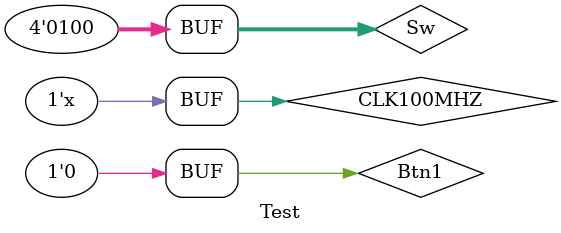
<source format=v>
`timescale 1ns / 1ps

module Test;
    reg [3:0] Sw;
    reg Btn1;
    wire [6:0] hexdisp;
    wire [7:0] AN;
    reg CLK100MHZ;
    
    Top uut (
        .Sw(Sw),
        .AN(AN),
        .Btn1(Btn1),
        .hexdisp(hexdisp),
        .CLK100MHZ(CLK100MHZ)
    );
    
    always @ (Btn1)
        begin 
            CLK100MHZ = ~CLK100MHZ;
        end
    
    initial begin
        Sw[0] = 0;
        Sw[1] = 0;
        Sw[2] = 0;
        Sw[3] = 0;
        Btn1 = 0;
        CLK100MHZ = 1'b0;
        
        #100;
        
        #1000;
        Sw[0] = 0;
        #1000;
        Sw[1] = 0;
        #1000;
        Sw[2] = 1;
        #1000;
        Sw[3] = 0;
        #1000;
    end
endmodule

</source>
